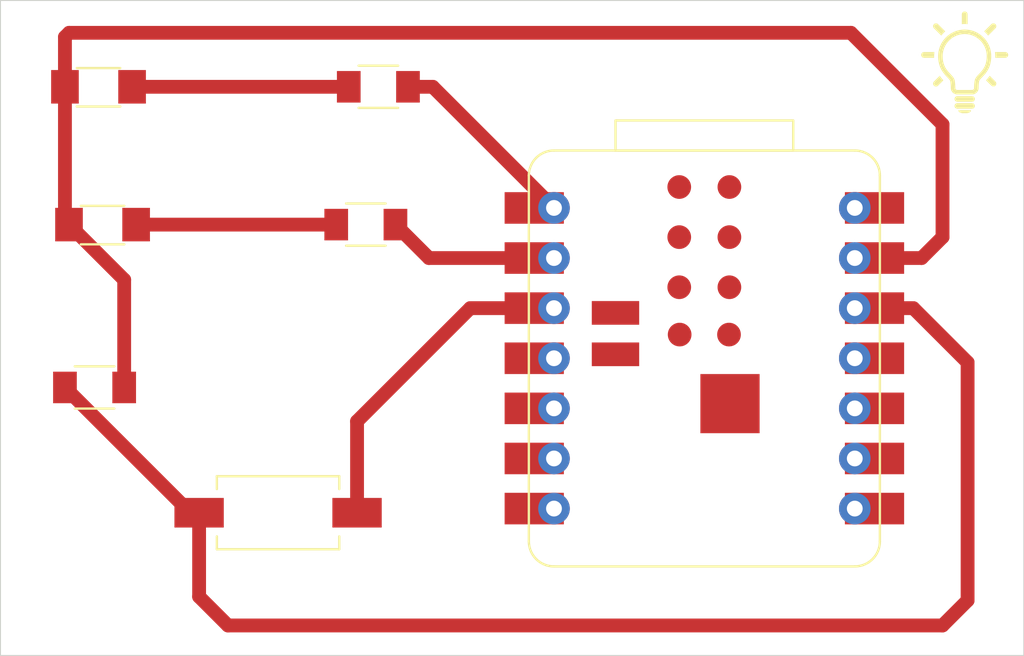
<source format=kicad_pcb>
(kicad_pcb (version 20241229) (generator "pcbnew") (generator_version "9.0")
  (layers (0 "F.Cu" signal) (2 "B.Cu" signal) (13 "F.Paste" user) (15 "B.Paste" user) (5 "F.SilkS" user "F.Silkscreen") (7 "B.SilkS" user "B.Silkscreen") (1 "F.Mask" user) (3 "B.Mask" user) (25 "Edge.Cuts" user))
  (net 0 "")
  (net 1 "Net-(D1-A)")
  (net 2 "GND")
  (net 3 "Net-(D2-A)")
  (net 4 "Net-(M1-D2)")
  (net 21 "+3.3V")
  (net 22 "Net-(M1-D0)")
  (net 23 "Net-(M1-D1)")
  (footprint "fab:LED_1206" (layer "F.Cu") (at 154.735 53.975)
    (property "Reference" "D1" (hide yes))
    (property "Value" "LED" (hide yes))
    (fp_line (start -1.1 -0.95) (end 1.1 -0.95) (stroke (width 0.12)) (layer "F.SilkS"))
    (fp_line (start -1.1 1) (end 1.1 1) (stroke (width 0.12)) (layer "F.SilkS"))
    (pad "1" smd rect (at -1.7 0) (size 1.4 1.7) (layers "F.Cu" "F.Mask" "F.Paste") (net 2 "GND"))
    (pad "2" smd rect (at 1.7 0) (size 1.4 1.7) (layers "F.Cu" "F.Mask" "F.Paste") (net 1 "Net-(D1-A)"))
  )
  (footprint "fab:R_1206" (layer "F.Cu") (at 168.275 60.96)
    (property "Reference" "R3" (hide yes))
    (property "Value" "330" (hide yes))
    (fp_line (start -1 -1.07) (end 1 -1.07) (stroke (width 0.12)) (layer "F.SilkS"))
    (fp_line (start 1 1.07) (end -1 1.07) (stroke (width 0.12)) (layer "F.SilkS"))
    (pad "1" smd rect (at -1.5 0) (size 1.2 1.6) (layers "F.Cu" "F.Mask" "F.Paste") (net 3 "Net-(D2-A)"))
    (pad "2" smd rect (at 1.5 0) (size 1.2 1.6) (layers "F.Cu" "F.Mask" "F.Paste") (net 23 "Net-(M1-D1)"))
  )
  (footprint "fab:Button_CnK_PTS636.0_6x3.5mm" (layer "F.Cu") (at 163.83 75.565)
    (property "Reference" "SW1" (hide yes))
    (property "Value" "Switch_Tactile_CnK" (hide yes))
    (fp_line (start -3.1 -1.85) (end -3.1 -1.2) (stroke (width 0.12)) (layer "F.SilkS"))
    (fp_line (start -3.1 1.2) (end -3.1 1.85) (stroke (width 0.12)) (layer "F.SilkS"))
    (fp_line (start -3.1 1.85) (end 3.1 1.85) (stroke (width 0.12)) (layer "F.SilkS"))
    (fp_line (start 3.1 -1.85) (end -3.1 -1.85) (stroke (width 0.12)) (layer "F.SilkS"))
    (fp_line (start 3.1 -1.85) (end 3.1 -1.2) (stroke (width 0.12)) (layer "F.SilkS"))
    (fp_line (start 3.1 1.85) (end 3.1 1.2) (stroke (width 0.12)) (layer "F.SilkS"))
    (pad "1" smd rect (at -4 0) (size 2.5 1.5) (layers "F.Cu" "F.Mask" "F.Paste") (net 21 "+3.3V"))
    (pad "2" smd rect (at 4 0) (size 2.5 1.5) (layers "F.Cu" "F.Mask" "F.Paste") (net 4 "Net-(M1-D2)"))
  )
  (footprint "fab:LED_1206" (layer "F.Cu") (at 154.94 60.96)
    (property "Reference" "D2" (hide yes))
    (property "Value" "LED" (hide yes))
    (fp_line (start -1.1 -0.95) (end 1.1 -0.95) (stroke (width 0.12)) (layer "F.SilkS"))
    (fp_line (start -1.1 1) (end 1.1 1) (stroke (width 0.12)) (layer "F.SilkS"))
    (pad "1" smd rect (at -1.7 0) (size 1.4 1.7) (layers "F.Cu" "F.Mask" "F.Paste") (net 2 "GND"))
    (pad "2" smd rect (at 1.7 0) (size 1.4 1.7) (layers "F.Cu" "F.Mask" "F.Paste") (net 3 "Net-(D2-A)"))
  )
  (footprint "fab:R_1206" (layer "F.Cu") (at 154.535 69.215)
    (property "Reference" "R1" (hide yes))
    (property "Value" "4.7k" (hide yes))
    (fp_line (start -1 -1.07) (end 1 -1.07) (stroke (width 0.12)) (layer "F.SilkS"))
    (fp_line (start 1 1.07) (end -1 1.07) (stroke (width 0.12)) (layer "F.SilkS"))
    (pad "1" smd rect (at -1.5 0) (size 1.2 1.6) (layers "F.Cu" "F.Mask" "F.Paste") (net 21 "+3.3V"))
    (pad "2" smd rect (at 1.5 0) (size 1.2 1.6) (layers "F.Cu" "F.Mask" "F.Paste") (net 2 "GND"))
  )
  (footprint "fab:R_1206" (layer "F.Cu") (at 168.91 53.975)
    (property "Reference" "R2" (hide yes))
    (property "Value" "330" (hide yes))
    (fp_line (start -1 -1.07) (end 1 -1.07) (stroke (width 0.12)) (layer "F.SilkS"))
    (fp_line (start 1 1.07) (end -1 1.07) (stroke (width 0.12)) (layer "F.SilkS"))
    (pad "1" smd rect (at -1.5 0) (size 1.2 1.6) (layers "F.Cu" "F.Mask" "F.Paste") (net 1 "Net-(D1-A)"))
    (pad "2" smd rect (at 1.5 0) (size 1.2 1.6) (layers "F.Cu" "F.Mask" "F.Paste") (net 22 "Net-(M1-D0)"))
  )
  (footprint "fab:SeeedStudio_XIAO_ESP32S3" (layer "F.Cu") (at 185.42 67.735)
    (property "Reference" "M1" (hide yes))
    (property "Value" "Module_XIAO-ESP32S3" (hide yes))
    (fp_line (start -8.8875 9.281) (end -8.8875 -9.261) (stroke (width 0.12)) (layer "F.SilkS"))
    (fp_line (start -7.6175 -10.531) (end 7.6225 -10.531) (stroke (width 0.12)) (layer "F.SilkS"))
    (fp_line (start 7.6225 10.551) (end -7.6175 10.551) (stroke (width 0.12)) (layer "F.SilkS"))
    (fp_line (start 8.8925 -9.261) (end 8.8925 9.281) (stroke (width 0.12)) (layer "F.SilkS"))
    (fp_rect (start -4.4975 -10.531) (end 4.5025 -12.055) (stroke (width 0.12)) (fill no) (layer "F.SilkS"))
    (fp_arc (start -8.8875 -9.261) (mid -8.515526 -10.159026) (end -7.6175 -10.531) (stroke (width 0.12)) (layer "F.SilkS"))
    (fp_arc (start -7.6175 10.551) (mid -8.515526 10.179026) (end -8.8875 9.281) (stroke (width 0.12)) (layer "F.SilkS"))
    (fp_arc (start 7.6225 -10.531) (mid 8.520526 -10.159026) (end 8.8925 -9.261) (stroke (width 0.12)) (layer "F.SilkS"))
    (fp_arc (start 8.8925 9.281) (mid 8.520526 10.179026) (end 7.6225 10.551) (stroke (width 0.12)) (layer "F.SilkS"))
    (pad "1" thru_hole circle (at -7.615 -7.62) (size 1.6 1.6) (drill 0.8) (layers "*.Cu" "*.Mask") (net 22 "Net-(M1-D0)"))
    (pad "1" smd rect (at -7.615 -7.62) (size 3 1.6) (drill (offset -1 0)) (layers "F.Cu" "F.Mask" "F.Paste") (net 22 "Net-(M1-D0)"))
    (pad "2" thru_hole circle (at -7.615 -5.08) (size 1.6 1.6) (drill 0.8) (layers "*.Cu" "*.Mask" "Eco1.User") (net 23 "Net-(M1-D1)"))
    (pad "2" smd rect (at -7.615 -5.08) (size 3 1.6) (drill (offset -1 0)) (layers "F.Cu" "F.Mask" "F.Paste") (net 23 "Net-(M1-D1)"))
    (pad "3" thru_hole circle (at -7.615 -2.54) (size 1.6 1.6) (drill 0.8) (layers "*.Cu" "*.Mask") (net 4 "Net-(M1-D2)"))
    (pad "3" smd rect (at -7.615 -2.54) (size 3 1.6) (drill (offset -1 0)) (layers "F.Cu" "F.Mask" "F.Paste") (net 4 "Net-(M1-D2)"))
    (pad "4" thru_hole circle (at -7.615 0) (size 1.6 1.6) (drill 0.8) (layers "*.Cu" "*.Mask"))
    (pad "4" smd rect (at -7.615 0) (size 3 1.6) (drill (offset -1 0)) (layers "F.Cu" "F.Mask" "F.Paste"))
    (pad "5" thru_hole circle (at -7.615 2.54) (size 1.6 1.6) (drill 0.8) (layers "*.Cu" "*.Mask"))
    (pad "5" smd rect (at -7.615 2.54) (size 3 1.6) (drill (offset -1 0)) (layers "F.Cu" "F.Mask" "F.Paste"))
    (pad "6" thru_hole circle (at -7.615 5.08) (size 1.6 1.6) (drill 0.8) (layers "*.Cu" "*.Mask"))
    (pad "6" smd rect (at -7.615 5.08) (size 3 1.6) (drill (offset -1 0)) (layers "F.Cu" "F.Mask" "F.Paste"))
    (pad "7" thru_hole circle (at -7.615 7.62) (size 1.6 1.6) (drill 0.8) (layers "*.Cu" "*.Mask"))
    (pad "7" smd rect (at -7.615 7.62) (size 3 1.6) (drill (offset -1 0)) (layers "F.Cu" "F.Mask" "F.Paste"))
    (pad "8" thru_hole circle (at 7.62 7.62) (size 1.6 1.6) (drill 0.8) (layers "*.Cu" "*.Mask"))
    (pad "8" smd rect (at 7.62 7.62) (size 3 1.6) (drill (offset 1 0)) (layers "F.Cu" "F.Mask" "F.Paste"))
    (pad "9" thru_hole circle (at 7.62 5.08) (size 1.6 1.6) (drill 0.8) (layers "*.Cu" "*.Mask"))
    (pad "9" smd rect (at 7.62 5.08) (size 3 1.6) (drill (offset 1 0)) (layers "F.Cu" "F.Mask" "F.Paste"))
    (pad "10" thru_hole circle (at 7.62 2.54) (size 1.6 1.6) (drill 0.8) (layers "*.Cu" "*.Mask"))
    (pad "10" smd rect (at 7.62 2.54) (size 3 1.6) (drill (offset 1 0)) (layers "F.Cu" "F.Mask" "F.Paste"))
    (pad "11" thru_hole circle (at 7.62 0) (size 1.6 1.6) (drill 0.8) (layers "*.Cu" "*.Mask"))
    (pad "11" smd rect (at 7.62 0) (size 3 1.6) (drill (offset 1 0)) (layers "F.Cu" "F.Mask" "F.Paste"))
    (pad "12" thru_hole circle (at 7.62 -2.54) (size 1.6 1.6) (drill 0.8) (layers "*.Cu" "*.Mask") (net 21 "+3.3V"))
    (pad "12" smd rect (at 7.62 -2.54) (size 3 1.6) (drill (offset 1 0)) (layers "F.Cu" "F.Mask" "F.Paste") (net 21 "+3.3V"))
    (pad "13" thru_hole circle (at 7.62 -5.08) (size 1.6 1.6) (drill 0.8) (layers "*.Cu" "*.Mask") (net 2 "GND"))
    (pad "13" smd rect (at 7.62 -5.08) (size 3 1.6) (drill (offset 1 0)) (layers "F.Cu" "F.Mask" "F.Paste") (net 2 "GND"))
    (pad "14" thru_hole circle (at 7.62 -7.62) (size 1.6 1.6) (drill 0.8) (layers "*.Cu" "*.Mask"))
    (pad "14" smd rect (at 7.62 -7.62) (size 3 1.6) (drill (offset 1 0)) (layers "F.Cu" "F.Mask" "F.Paste"))
    (pad "15" smd rect (at -4.5 -2.3) (size 2.4 1.2) (layers "F.Cu" "F.Mask" "F.Paste"))
    (pad "16" smd rect (at -4.5 -0.2) (size 2.4 1.2) (layers "F.Cu" "F.Mask" "F.Paste"))
    (pad "17" smd circle (at -1.27 -8.68) (size 1.2 1.2) (layers "F.Cu" "F.Mask" "F.Paste") (net 2 "GND"))
    (pad "18" smd circle (at -1.27 -6.14) (size 1.2 1.2) (layers "F.Cu" "F.Mask" "F.Paste"))
    (pad "19" smd circle (at -1.27 -3.6) (size 1.2 1.2) (layers "F.Cu" "F.Mask" "F.Paste") (net 2 "GND"))
    (pad "20" smd circle (at 1.27 -3.6) (size 1.2 1.2) (layers "F.Cu" "F.Mask" "F.Paste") (net 2 "GND"))
    (pad "21" smd circle (at 1.27 -6.14) (size 1.2 1.2) (layers "F.Cu" "F.Mask" "F.Paste") (net 2 "GND"))
    (pad "22" smd circle (at 1.27 -8.68) (size 1.2 1.2) (layers "F.Cu" "F.Mask" "F.Paste"))
    (pad "23" smd circle (at -1.25 -1.2) (size 1.2 1.2) (layers "F.Cu" "F.Mask" "F.Paste"))
    (pad "24" smd circle (at 1.25 -1.2) (size 1.2 1.2) (layers "F.Cu" "F.Mask" "F.Paste"))
    (pad "25" smd rect (at 1.3 2.3) (size 3 3) (layers "F.Cu" "F.Mask" "F.Paste"))
  )
  (gr_poly (pts (xy 197.366064 53.447952) (xy 197.388865 53.479146) (xy 197.41185 53.509351) (xy 197.434951 53.538613) (xy 197.458099 53.566976) (xy 197.481224 53.594488) (xy 197.504258 53.621192) (xy 197.527132 53.647134) (xy 197.258157 53.916284) (xy 197.252683 53.921489) (xy 197.247013 53.926359) (xy 197.24116 53.930892) (xy 197.235136 53.93509) (xy 197.228955 53.938952) (xy 197.22263 53.942478) (xy 197.216174 53.945669) (xy 197.2096 53.948523) (xy 197.202921 53.951042) (xy 197.19615 53.953225) (xy 197.1893 53.955072) (xy 197.182384 53.956583) (xy 197.175415 53.957758) (xy 197.168407 53.958598) (xy 197.161372 53.959102) (xy 197.154323 53.959269) (xy 197.147273 53.959102) (xy 197.140236 53.958598) (xy 197.133225 53.957758) (xy 197.126252 53.956583) (xy 197.11933 53.955072) (xy 197.112473 53.953225) (xy 197.105694 53.951042) (xy 197.099005 53.948523) (xy 197.09242 53.945669) (xy 197.085952 53.942478) (xy 197.079614 53.938952) (xy 197.073418 53.93509) (xy 197.067379 53.930892) (xy 197.061508 53.926359) (xy 197.05582 53.921489) (xy 197.050326 53.916284) (xy 197.045121 53.91079) (xy 197.040252 53.905102) (xy 197.035718 53.899233) (xy 197.03152 53.893196) (xy 197.027658 53.887004) (xy 197.024132 53.88067) (xy 197.020942 53.874207) (xy 197.018087 53.867628) (xy 197.015569 53.860946) (xy 197.013386 53.854173) (xy 197.011539 53.847322) (xy 197.010028 53.840407) (xy 197.008852 53.833441) (xy 197.008013 53.826436) (xy 197.007509 53.819405) (xy 197.007341 53.812361) (xy 197.007509 53.805317) (xy 197.008013 53.798286) (xy 197.008852 53.791281) (xy 197.010028 53.784315) (xy 197.011539 53.777401) (xy 197.013386 53.770551) (xy 197.015569 53.763779) (xy 197.018087 53.757097) (xy 197.020942 53.750519) (xy 197.024132 53.744057) (xy 197.027658 53.737725) (xy 197.03152 53.731534) (xy 197.035718 53.725499) (xy 197.040252 53.719632) (xy 197.045121 53.713946) (xy 197.050326 53.708454) (xy 197.050342 53.70848) (xy 197.343516 53.415724)) (stroke (width -0.000001)) (fill yes) (layer "F.SilkS"))
  (gr_poly (pts (xy 200.165843 53.708459) (xy 200.171065 53.713953) (xy 200.17595 53.719641) (xy 200.180498 53.72551) (xy 200.18471 53.731547) (xy 200.188584 53.737738) (xy 200.192122 53.744072) (xy 200.195322 53.750535) (xy 200.198186 53.757114) (xy 200.200713 53.763797) (xy 200.202903 53.77057) (xy 200.204756 53.77742) (xy 200.206272 53.784335) (xy 200.207451 53.791302) (xy 200.208293 53.798307) (xy 200.208799 53.805338) (xy 200.208967 53.812382) (xy 200.208799 53.819426) (xy 200.208293 53.826457) (xy 200.207451 53.833461) (xy 200.206272 53.840428) (xy 200.204756 53.847342) (xy 200.202903 53.854192) (xy 200.200713 53.860964) (xy 200.198186 53.867645) (xy 200.195322 53.874224) (xy 200.192122 53.880685) (xy 200.188584 53.887018) (xy 200.18471 53.893208) (xy 200.180498 53.899243) (xy 200.17595 53.905111) (xy 200.171065 53.910797) (xy 200.165843 53.916289) (xy 200.160384 53.921494) (xy 200.154728 53.926364) (xy 200.148886 53.930897) (xy 200.142872 53.935095) (xy 200.136699 53.938957) (xy 200.13038 53.942483) (xy 200.123929 53.945674) (xy 200.117358 53.948528) (xy 200.110681 53.951047) (xy 200.103911 53.95323) (xy 200.097061 53.955077) (xy 200.090143 53.956588) (xy 200.083173 53.957763) (xy 200.076161 53.958603) (xy 200.069122 53.959107) (xy 200.062069 53.959275) (xy 200.055015 53.959107) (xy 200.047972 53.958603) (xy 200.040955 53.957763) (xy 200.033976 53.956588) (xy 200.027049 53.955077) (xy 200.020186 53.95323) (xy 200.013401 53.951047) (xy 200.006707 53.948528) (xy 200.000117 53.945674) (xy 199.993643 53.942483) (xy 199.987301 53.938957) (xy 199.981102 53.935095) (xy 199.975059 53.930897) (xy 199.969186 53.926364) (xy 199.963496 53.921494) (xy 199.958002 53.916289) (xy 199.689254 53.647319) (xy 199.71213 53.621318) (xy 199.735164 53.594584) (xy 199.758287 53.567061) (xy 199.78143 53.538694) (xy 199.804527 53.50943) (xy 199.827507 53.479213) (xy 199.850304 53.447989) (xy 199.872846 53.415706)) (stroke (width -0.000001)) (fill yes) (layer "F.SilkS"))
  (gr_poly (pts (xy 200.664196 52.211769) (xy 200.671755 52.21196) (xy 200.679213 52.212528) (xy 200.686563 52.213462) (xy 200.693793 52.214754) (xy 200.700895 52.216394) (xy 200.707861 52.218373) (xy 200.71468 52.220683) (xy 200.721345 52.223313) (xy 200.727844 52.226255) (xy 200.73417 52.229499) (xy 200.740313 52.233036) (xy 200.746265 52.236856) (xy 200.752015 52.240952) (xy 200.757555 52.245313) (xy 200.762876 52.249929) (xy 200.767968 52.254793) (xy 200.772823 52.259894) (xy 200.77743 52.265224) (xy 200.781782 52.270773) (xy 200.785868 52.276532) (xy 200.78968 52.282491) (xy 200.793209 52.288642) (xy 200.796445 52.294975) (xy 200.799379 52.301481) (xy 200.802003 52.308151) (xy 200.804306 52.314975) (xy 200.80628 52.321945) (xy 200.807916 52.329051) (xy 200.809204 52.336284) (xy 200.810135 52.343634) (xy 200.810701 52.351092) (xy 200.810891 52.35865) (xy 200.810701 52.366208) (xy 200.810135 52.373666) (xy 200.809204 52.381016) (xy 200.807916 52.388249) (xy 200.80628 52.395355) (xy 200.804306 52.402324) (xy 200.802003 52.409149) (xy 200.799379 52.415819) (xy 200.796445 52.422325) (xy 200.793209 52.428658) (xy 200.78968 52.434809) (xy 200.785868 52.440768) (xy 200.781782 52.446527) (xy 200.77743 52.452076) (xy 200.772823 52.457405) (xy 200.767968 52.462507) (xy 200.762876 52.46737) (xy 200.757555 52.471987) (xy 200.752015 52.476348) (xy 200.746265 52.480443) (xy 200.740313 52.484264) (xy 200.73417 52.487801) (xy 200.727844 52.491045) (xy 200.721345 52.493987) (xy 200.71468 52.496617) (xy 200.707861 52.498926) (xy 200.700895 52.500906) (xy 200.693793 52.502546) (xy 200.686563 52.503838) (xy 200.679213 52.504772) (xy 200.671755 52.505339) (xy 200.664196 52.505531) (xy 200.154529 52.505531) (xy 200.155205 52.484542) (xy 200.155713 52.463447) (xy 200.156032 52.442183) (xy 200.156143 52.420689) (xy 200.155892 52.394166) (xy 200.155157 52.367774) (xy 200.153967 52.341507) (xy 200.152351 52.315357) (xy 200.150339 52.289315) (xy 200.147959 52.263373) (xy 200.14524 52.237523) (xy 200.14221 52.211759) (xy 200.664196 52.211759)) (stroke (width -0.000001)) (fill yes) (layer "F.SilkS"))
  (gr_poly (pts (xy 198.92855 55.173901) (xy 198.928206 55.18112) (xy 198.927189 55.188245) (xy 198.925522 55.195265) (xy 198.923229 55.202172) (xy 198.920332 55.208958) (xy 198.916857 55.215613) (xy 198.912825 55.22213) (xy 198.90826 55.228498) (xy 198.903185 55.23471) (xy 198.897624 55.240757) (xy 198.885138 55.252318) (xy 198.870987 55.263112) (xy 198.855358 55.273069) (xy 198.838438 55.282117) (xy 198.820414 55.290187) (xy 198.801472 55.297208) (xy 198.7818 55.303111) (xy 198.761585 55.307824) (xy 198.741012 55.311278) (xy 198.720269 55.313402) (xy 198.699543 55.314125) (xy 198.516737 55.314125) (xy 198.506397 55.313943) (xy 198.496027 55.313402) (xy 198.485651 55.312511) (xy 198.475293 55.311278) (xy 198.464976 55.309713) (xy 198.454724 55.307825) (xy 198.444559 55.305621) (xy 198.434506 55.303112) (xy 198.424588 55.300305) (xy 198.414828 55.29721) (xy 198.40525 55.293834) (xy 198.395878 55.290188) (xy 198.386733 55.28628) (xy 198.377841 55.282119) (xy 198.369225 55.277713) (xy 198.360908 55.273071) (xy 198.352913 55.268202) (xy 198.345264 55.263114) (xy 198.337984 55.257818) (xy 198.331097 55.252321) (xy 198.324626 55.246631) (xy 198.318595 55.240759) (xy 198.313027 55.234713) (xy 198.307946 55.228501) (xy 198.303374 55.222132) (xy 198.299336 55.215615) (xy 198.295855 55.20896) (xy 198.292954 55.202174) (xy 198.290658 55.195266) (xy 198.288988 55.188245) (xy 198.287969 55.181121) (xy 198.287624 55.173901) (xy 198.288439 55.16118) (xy 198.673699 55.16118) (xy 198.673709 55.16118) (xy 198.927942 55.16118)) (stroke (width -0.000001)) (fill yes) (layer "F.SilkS"))
  (gr_poly (pts (xy 198.989402 54.80464) (xy 198.996509 54.805182) (xy 199.003515 54.806073) (xy 199.01041 54.807305) (xy 199.017185 54.80887) (xy 199.023832 54.810759) (xy 199.030342 54.812962) (xy 199.036706 54.815471) (xy 199.042915 54.818277) (xy 199.04896 54.821371) (xy 199.054832 54.824745) (xy 199.060522 54.828389) (xy 199.066021 54.832295) (xy 199.071321 54.836454) (xy 199.076413 54.840857) (xy 199.081287 54.845495) (xy 199.085934 54.85036) (xy 199.090347 54.855442) (xy 199.094515 54.860733) (xy 199.09843 54.866224) (xy 199.102083 54.871907) (xy 199.105465 54.877771) (xy 199.108568 54.883809) (xy 199.111381 54.890011) (xy 199.113897 54.896369) (xy 199.116107 54.902874) (xy 199.118001 54.909518) (xy 199.11957 54.91629) (xy 199.120807 54.923183) (xy 199.121701 54.930188) (xy 199.122244 54.937295) (xy 199.122427 54.944496) (xy 199.122244 54.951735) (xy 199.121701 54.958877) (xy 199.120807 54.965914) (xy 199.119571 54.972837) (xy 199.118002 54.979638) (xy 199.116109 54.986307) (xy 199.1139 54.992836) (xy 199.111384 54.999216) (xy 199.108571 55.005439) (xy 199.105469 55.011495) (xy 199.102088 55.017376) (xy 199.098435 55.023073) (xy 199.094521 55.028578) (xy 199.090353 55.033881) (xy 199.085942 55.038975) (xy 199.081295 55.043849) (xy 199.076421 55.048496) (xy 199.07133 55.052906) (xy 199.066031 55.057071) (xy 199.060531 55.060983) (xy 199.054841 55.064632) (xy 199.048969 55.068009) (xy 199.042924 55.071106) (xy 199.036715 55.073915) (xy 199.030351 55.076425) (xy 199.02384 55.07863) (xy 199.017192 55.080519) (xy 199.010416 55.082084) (xy 199.00352 55.083317) (xy 198.996513 55.084209) (xy 198.989404 55.08475) (xy 198.982203 55.084932) (xy 198.234125 55.084932) (xy 198.226925 55.08475) (xy 198.219818 55.084208) (xy 198.212813 55.083317) (xy 198.205918 55.082084) (xy 198.199143 55.080518) (xy 198.192495 55.078628) (xy 198.185986 55.076423) (xy 198.179622 55.073912) (xy 198.173413 55.071103) (xy 198.167368 55.068005) (xy 198.161496 55.064627) (xy 198.155806 55.060977) (xy 198.150306 55.057065) (xy 198.145007 55.052899) (xy 198.139915 55.048488) (xy 198.135041 55.043841) (xy 198.130394 55.038966) (xy 198.125981 55.033873) (xy 198.121813 55.028569) (xy 198.117898 55.023064) (xy 198.114245 55.017367) (xy 198.110863 55.011485) (xy 198.10776 55.005429) (xy 198.104947 54.999207) (xy 198.102431 54.992827) (xy 198.100221 54.986299) (xy 198.098327 54.97963) (xy 198.096758 54.972831) (xy 198.095521 54.965909) (xy 198.094627 54.958873) (xy 198.094084 54.951733) (xy 198.093901 54.944496) (xy 198.094084 54.937294) (xy 198.094627 54.930186) (xy 198.095521 54.923181) (xy 198.096757 54.916287) (xy 198.098326 54.909514) (xy 198.100219 54.90287) (xy 198.102428 54.896365) (xy 198.104944 54.890006) (xy 198.107757 54.883804) (xy 198.110858 54.877766) (xy 198.11424 54.871902) (xy 198.117892 54.86622) (xy 198.121807 54.860729) (xy 198.125974 54.855438) (xy 198.130386 54.850356) (xy 198.135033 54.845491) (xy 198.139907 54.840853) (xy 198.144998 54.836451) (xy 198.150297 54.832292) (xy 198.155797 54.828386) (xy 198.161487 54.824742) (xy 198.167359 54.821369) (xy 198.173404 54.818275) (xy 198.179613 54.815469) (xy 198.185977 54.812961) (xy 198.192488 54.810758) (xy 198.199136 54.80887) (xy 198.205912 54.807305) (xy 198.212808 54.806073) (xy 198.219815 54.805181) (xy 198.226924 54.80464) (xy 198.234125 54.804458) (xy 198.982203 54.804458)) (stroke (width -0.000001)) (fill yes) (layer "F.SilkS"))
  (gr_poly (pts (xy 198.615661 50.155968) (xy 198.623119 50.156535) (xy 198.63047 50.15747) (xy 198.637703 50.158761) (xy 198.644809 50.160402) (xy 198.651779 50.162381) (xy 198.658604 50.164691) (xy 198.665274 50.167321) (xy 198.671781 50.170263) (xy 198.678115 50.173507) (xy 198.684266 50.177045) (xy 198.690227 50.180866) (xy 198.695986 50.184961) (xy 198.701536 50.189322) (xy 198.706866 50.193939) (xy 198.711968 50.198803) (xy 198.716832 50.203904) (xy 198.72145 50.209234) (xy 198.725811 50.214783) (xy 198.729907 50.220542) (xy 198.733729 50.226501) (xy 198.737267 50.232652) (xy 198.740511 50.238985) (xy 198.743453 50.245491) (xy 198.746084 50.252161) (xy 198.748394 50.258985) (xy 198.750374 50.265955) (xy 198.752015 50.27306) (xy 198.753307 50.280292) (xy 198.754241 50.287642) (xy 198.754809 50.2951) (xy 198.755 50.302658) (xy 198.755 50.8) (xy 198.719743 50.796726) (xy 198.702007 50.79538) (xy 198.684203 50.794248) (xy 198.666334 50.793343) (xy 198.648402 50.792679) (xy 198.630411 50.792271) (xy 198.612363 50.792131) (xy 198.608119 50.792131) (xy 198.608087 50.792131) (xy 198.604055 50.792131) (xy 198.585999 50.792271) (xy 198.568004 50.79268) (xy 198.550071 50.793342) (xy 198.532202 50.794242) (xy 198.5144 50.795364) (xy 198.496667 50.796692) (xy 198.461413 50.799905) (xy 198.461413 50.302658) (xy 198.461603 50.2951) (xy 198.462169 50.287641) (xy 198.463101 50.280291) (xy 198.464389 50.273059) (xy 198.466025 50.265953) (xy 198.468 50.258983) (xy 198.470303 50.252159) (xy 198.472927 50.245489) (xy 198.475862 50.238983) (xy 198.479098 50.23265) (xy 198.482627 50.226499) (xy 198.48644 50.220539) (xy 198.490527 50.21478) (xy 198.494879 50.209232) (xy 198.499487 50.203902) (xy 198.504342 50.198801) (xy 198.509434 50.193937) (xy 198.514755 50.18932) (xy 198.520295 50.18496) (xy 198.526045 50.180864) (xy 198.531996 50.177043) (xy 198.538139 50.173506) (xy 198.544465 50.170262) (xy 198.550964 50.167321) (xy 198.557628 50.16469) (xy 198.564446 50.162381) (xy 198.571411 50.160402) (xy 198.578512 50.158761) (xy 198.585742 50.157469) (xy 198.593089 50.156535) (xy 198.600546 50.155968) (xy 198.608103 50.155777)) (stroke (width -0.000001)) (fill yes) (layer "F.SilkS"))
  (gr_poly (pts (xy 198.989402 54.450739) (xy 198.996509 54.451278) (xy 199.003515 54.452167) (xy 199.01041 54.453396) (xy 199.017185 54.454957) (xy 199.023832 54.456842) (xy 199.030342 54.459041) (xy 199.036706 54.461545) (xy 199.042915 54.464348) (xy 199.04896 54.467439) (xy 199.054832 54.470809) (xy 199.060522 54.474452) (xy 199.066021 54.478357) (xy 199.071321 54.482516) (xy 199.076413 54.486921) (xy 199.081287 54.491563) (xy 199.085934 54.496432) (xy 199.090347 54.501522) (xy 199.094515 54.506822) (xy 199.09843 54.512325) (xy 199.102083 54.518021) (xy 199.105465 54.523903) (xy 199.108568 54.52996) (xy 199.111381 54.536186) (xy 199.113897 54.54257) (xy 199.116107 54.549105) (xy 199.118001 54.555782) (xy 199.11957 54.562593) (xy 199.120807 54.569527) (xy 199.121701 54.576578) (xy 199.122244 54.583736) (xy 199.122427 54.590992) (xy 199.122244 54.598176) (xy 199.121701 54.605267) (xy 199.120807 54.612258) (xy 199.119571 54.61914) (xy 199.118002 54.625903) (xy 199.116109 54.632539) (xy 199.1139 54.639038) (xy 199.111384 54.645392) (xy 199.108571 54.651591) (xy 199.105469 54.657628) (xy 199.102088 54.663492) (xy 199.098435 54.669176) (xy 199.094521 54.674669) (xy 199.090353 54.679963) (xy 199.085942 54.685049) (xy 199.081295 54.689919) (xy 199.076421 54.694562) (xy 199.07133 54.698971) (xy 199.066031 54.703136) (xy 199.060531 54.707049) (xy 199.054841 54.7107) (xy 199.048969 54.71408) (xy 199.042924 54.717181) (xy 199.036715 54.719994) (xy 199.030351 54.722509) (xy 199.02384 54.724717) (xy 199.017192 54.726611) (xy 199.010416 54.72818) (xy 199.00352 54.729416) (xy 198.996513 54.73031) (xy 198.989404 54.730853) (xy 198.982203 54.731036) (xy 198.234125 54.731036) (xy 198.226925 54.730853) (xy 198.219818 54.73031) (xy 198.212813 54.729416) (xy 198.205918 54.72818) (xy 198.199143 54.72661) (xy 198.192495 54.724717) (xy 198.185986 54.722508) (xy 198.179622 54.719992) (xy 198.173413 54.717179) (xy 198.167368 54.714078) (xy 198.161496 54.710697) (xy 198.155806 54.707046) (xy 198.150306 54.703133) (xy 198.145007 54.698968) (xy 198.139915 54.694559) (xy 198.135041 54.689915) (xy 198.130394 54.685045) (xy 198.125981 54.679959) (xy 198.121813 54.674664) (xy 198.117898 54.669171) (xy 198.114245 54.663488) (xy 198.110863 54.657623) (xy 198.10776 54.651587) (xy 198.104947 54.645387) (xy 198.102431 54.639034) (xy 198.100221 54.632535) (xy 198.098327 54.625899) (xy 198.096758 54.619137) (xy 198.095521 54.612256) (xy 198.094627 54.605266) (xy 198.094084 54.598175) (xy 198.093901 54.590992) (xy 198.094084 54.583738) (xy 198.094627 54.576581) (xy 198.095521 54.569532) (xy 198.096757 54.562599) (xy 198.098326 54.55579) (xy 198.100219 54.549113) (xy 198.102428 54.542579) (xy 198.104944 54.536195) (xy 198.107757 54.52997) (xy 198.110858 54.523912) (xy 198.11424 54.518031) (xy 198.117892 54.512334) (xy 198.121807 54.506831) (xy 198.125974 54.501531) (xy 198.130386 54.496441) (xy 198.135033 54.491571) (xy 198.139907 54.486928) (xy 198.144998 54.482523) (xy 198.150297 54.478363) (xy 198.155797 54.474457) (xy 198.161487 54.470814) (xy 198.167359 54.467443) (xy 198.173404 54.464351) (xy 198.179613 54.461548) (xy 198.185977 54.459043) (xy 198.192488 54.456843) (xy 198.199136 54.454959) (xy 198.205912 54.453397) (xy 198.212808 54.452167) (xy 198.219815 54.451278) (xy 198.226924 54.450739) (xy 198.234125 54.450557) (xy 198.982203 54.450557)) (stroke (width -0.000001)) (fill yes) (layer "F.SilkS"))
  (gr_poly (pts (xy 198.627691 51.073184) (xy 198.643857 51.073569) (xy 198.659859 51.074181) (xy 198.675698 51.074997) (xy 198.691376 51.075993) (xy 198.706894 51.077144) (xy 198.737458 51.079818) (xy 198.737876 51.079919) (xy 198.738273 51.079919) (xy 198.749973 51.08122) (xy 198.780762 51.084739) (xy 198.811391 51.088936) (xy 198.841853 51.093806) (xy 198.872136 51.099347) (xy 198.902232 51.105555) (xy 198.932131 51.112425) (xy 198.961823 51.119955) (xy 198.9913 51.128142) (xy 199.091979 51.157701) (xy 199.090767 51.164167) (xy 199.134608 51.182013) (xy 199.177662 51.201332) (xy 199.219897 51.222092) (xy 199.261282 51.244262) (xy 199.301785 51.26781) (xy 199.341374 51.292705) (xy 199.38002 51.318917) (xy 199.417689 51.346412) (xy 199.454351 51.375161) (xy 199.489975 51.405132) (xy 199.524528 51.436293) (xy 199.55798 51.468613) (xy 199.5903 51.502061) (xy 199.621455 51.536605) (xy 199.651415 51.572215) (xy 199.680147 51.608858) (xy 199.711373 51.651803) (xy 199.740924 51.696014) (xy 199.768753 51.741443) (xy 199.794812 51.78804) (xy 199.819055 51.835758) (xy 199.841434 51.884547) (xy 199.861902 51.934359) (xy 199.880412 51.985145) (xy 199.896917 52.036857) (xy 199.911369 52.089446) (xy 199.923722 52.142863) (xy 199.933928 52.19706) (xy 199.94194 52.251988) (xy 199.947711 52.307599) (xy 199.951193 52.363844) (xy 199.95234 52.420673) (xy 199.952313 52.420657) (xy 199.951626 52.473631) (xy 199.949452 52.525063) (xy 199.945847 52.574979) (xy 199.940872 52.623404) (xy 199.934585 52.670364) (xy 199.927044 52.715882) (xy 199.918308 52.759985) (xy 199.908434 52.802698) (xy 199.897483 52.844045) (xy 199.885511 52.884053) (xy 199.872579 52.922745) (xy 199.858743 52.960148) (xy 199.844063 52.996286) (xy 199.828598 53.031186) (xy 199.812404 53.06487) (xy 199.795543 53.097366) (xy 199.778137 53.128729) (xy 199.760249 53.158945) (xy 199.74195 53.188051) (xy 199.72331 53.216085) (xy 199.7044 53.243085) (xy 199.685289 53.269089) (xy 199.66605 53.294134) (xy 199.646752 53.318258) (xy 199.627466 53.341498) (xy 199.608263 53.363894) (xy 199.570386 53.406299) (xy 199.533686 53.445776) (xy 199.498728 53.482626) (xy 199.4766 53.505811) (xy 199.455701 53.527996) (xy 199.436163 53.549189) (xy 199.418119 53.569392) (xy 199.401701 53.588612) (xy 199.394144 53.597855) (xy 199.387043 53.606853) (xy 199.380415 53.615608) (xy 199.374277 53.62412) (xy 199.368645 53.63239) (xy 199.363536 53.640418) (xy 199.360786 53.644905) (xy 199.358207 53.649292) (xy 199.355793 53.65358) (xy 199.353541 53.657774) (xy 199.351446 53.661875) (xy 199.349504 53.665888) (xy 199.34771 53.669815) (xy 199.34606 53.673658) (xy 199.34455 53.677421) (xy 199.343175 53.681106) (xy 199.34193 53.684717) (xy 199.340812 53.688256) (xy 199.339817 53.691727) (xy 199.338938 53.695131) (xy 199.338173 53.698473) (xy 199.337517 53.701754) (xy 199.333333 53.72552) (xy 199.329613 53.749836) (xy 199.326332 53.774479) (xy 199.323464 53.79923) (xy 199.318856 53.848165) (xy 199.315577 53.894871) (xy 199.313413 53.937576) (xy 199.312153 53.97451) (xy 199.311488 54.023979) (xy 199.311488 54.035076) (xy 199.311064 54.051862) (xy 199.309805 54.068427) (xy 199.307733 54.084751) (xy 199.304867 54.100813) (xy 199.301228 54.116592) (xy 199.296836 54.132068) (xy 199.291712 54.147222) (xy 199.285876 54.162031) (xy 199.279348 54.176477) (xy 199.272149 54.190538) (xy 199.264299 54.204195) (xy 199.255818 54.217426) (xy 199.246728 54.230212) (xy 199.237047 54.242532) (xy 199.226798 54.254365) (xy 199.215999 54.265692) (xy 199.204672 54.276491) (xy 199.192837 54.286742) (xy 199.180514 54.296426) (xy 199.167724 54.305521) (xy 199.154487 54.314007) (xy 199.140823 54.321864) (xy 199.126753 54.329071) (xy 199.112297 54.335609) (xy 199.097476 54.341455) (xy 199.08231 54.346591) (xy 199.066819 54.350995) (xy 199.051024 54.354648) (xy 199.034945 54.357529) (xy 199.018603 54.359617) (xy 199.002017 54.360892) (xy 198.985209 54.361334) (xy 198.231093 54.361334) (xy 198.214305 54.360892) (xy 198.197736 54.359618) (xy 198.181408 54.357532) (xy 198.165342 54.354655) (xy 198.149557 54.351006) (xy 198.134074 54.346607) (xy 198.118915 54.341476) (xy 198.104098 54.335635) (xy 198.089646 54.329104) (xy 198.075577 54.321903) (xy 198.061914 54.314053) (xy 198.048675 54.305573) (xy 198.035883 54.296484) (xy 198.023557 54.286807) (xy 198.011718 54.276561) (xy 198.000386 54.265767) (xy 197.989582 54.254445) (xy 197.979326 54.242616) (xy 197.96964 54.230299) (xy 197.960542 54.217516) (xy 197.952055 54.204285) (xy 197.944198 54.190629) (xy 197.936992 54.176566) (xy 197.930457 54.162118) (xy 197.924615 54.147304) (xy 197.919485 54.132144) (xy 197.915088 54.11666) (xy 197.911444 54.100872) (xy 197.908574 54.084798) (xy 197.906499 54.068461) (xy 197.905239 54.05188) (xy 197.904814 54.035076) (xy 197.904814 54.023572) (xy 197.904067 53.973942) (xy 197.902803 53.93701) (xy 197.900653 53.894346) (xy 197.897397 53.847709) (xy 197.892815 53.798858) (xy 197.886688 53.749553) (xy 197.878795 53.701553) (xy 197.877792 53.69667) (xy 197.876516 53.691626) (xy 197.874958 53.686418) (xy 197.873109 53.681041) (xy 197.870961 53.675492) (xy 197.868505 53.669765) (xy 197.865733 53.663858) (xy 197.862636 53.657766) (xy 197.859205 53.651484) (xy 197.855433 53.645009) (xy 197.85131 53.638337) (xy 197.846827 53.631464) (xy 197.841977 53.624385) (xy 197.83675 53.617096) (xy 197.831138 53.609594) (xy 197.825133 53.601874) (xy 197.812331 53.585955) (xy 197.798194 53.569361) (xy 197.782825 53.552077) (xy 197.76633 53.534088) (xy 197.730375 53.495937) (xy 197.691164 53.454792) (xy 197.649508 53.410198) (xy 197.606229 53.361776) (xy 197.56218 53.309103) (xy 197.540134 53.281042) (xy 197.518215 53.251759) (xy 197.49653 53.221204) (xy 197.475186 53.189322) (xy 197.45429 53.156061) (xy 197.433948 53.121369) (xy 197.414268 53.085192) (xy 197.395355 53.047478) (xy 197.377317 53.008175) (xy 197.36026 52.967228) (xy 197.339259 52.910035) (xy 197.320421 52.849847) (xy 197.303941 52.786571) (xy 197.296648 52.753747) (xy 197.290018 52.720116) (xy 197.284075 52.685668) (xy 197.278846 52.65039) (xy 197.274353 52.61427) (xy 197.270623 52.577298) (xy 197.267678 52.539462) (xy 197.265545 52.50075) (xy 197.264247 52.461151) (xy 197.263809 52.420727) (xy 197.491657 52.420727) (xy 197.492333 52.467267) (xy 197.494247 52.512083) (xy 197.497347 52.55523) (xy 197.50158 52.596764) (xy 197.506893 52.636742) (xy 197.513234 52.675219) (xy 197.520551 52.712252) (xy 197.528789 52.747896) (xy 197.537898 52.782208) (xy 197.547825 52.815243) (xy 197.558516 52.847059) (xy 197.569919 52.87771) (xy 197.581982 52.907252) (xy 197.594653 52.935743) (xy 197.607877 52.963238) (xy 197.621604 52.989793) (xy 197.635845 53.015451) (xy 197.650544 53.040282) (xy 197.665662 53.06433) (xy 197.681161 53.087637) (xy 197.697001 53.110248) (xy 197.713145 53.132205) (xy 197.729552 53.153551) (xy 197.746185 53.174331) (xy 197.763004 53.194586) (xy 197.779971 53.214361) (xy 197.814193 53.252642) (xy 197.848539 53.289518) (xy 197.8827 53.325337) (xy 197.927149 53.372479) (xy 197.948795 53.395949) (xy 197.969886 53.419615) (xy 197.990295 53.443679) (xy 198.000204 53.455921) (xy 198.009894 53.468338) (xy 198.01935 53.480953) (xy 198.028556 53.493792) (xy 198.037496 53.506879) (xy 198.046154 53.52024) (xy 198.055538 53.53592) (xy 198.064425 53.552096) (xy 198.072731 53.56877) (xy 198.07664 53.577294) (xy 198.080373 53.585944) (xy 198.083919 53.594718) (xy 198.087268 53.603618) (xy 198.09041 53.612644) (xy 198.093333 53.621796) (xy 198.096028 53.631073) (xy 198.098484 53.640477) (xy 198.100691 53.650008) (xy 198.102638 53.659665) (xy 198.107661 53.6884) (xy 198.112089 53.71721) (xy 198.11596 53.745906) (xy 198.11931 53.774303) (xy 198.124601 53.829449) (xy 198.128266 53.881152) (xy 198.130607 53.927918) (xy 198.131925 53.968252) (xy 198.132705 54.023641) (xy 198.132705 54.035135) (xy 198.132829 54.040269) (xy 198.1332 54.045311) (xy 198.13381 54.050259) (xy 198.134656 54.055109) (xy 198.135733 54.059859) (xy 198.137035 54.064506) (xy 198.138557 54.069048) (xy 198.140295 54.073482) (xy 198.142243 54.077805) (xy 198.144397 54.082015) (xy 198.14675 54.086109) (xy 198.149299 54.090084) (xy 198.152037 54.093937) (xy 198.154961 54.097666) (xy 198.158065 54.101269) (xy 198.161343 54.104741) (xy 198.164818 54.108022) (xy 198.168426 54.111132) (xy 198.172164 54.114066) (xy 198.17603 54.116818) (xy 198.18002 54.119381) (xy 198.18413 54.121752) (xy 198.188358 54.123923) (xy 198.192701 54.12589) (xy 198.197154 54.127647) (xy 198.201715 54.129187) (xy 198.206381 54.130506) (xy 198.211147 54.131598) (xy 198.216012 54.132457) (xy 198.220972 54.133078) (xy 198.226023 54.133454) (xy 198.231162 54.133581) (xy 198.985277 54.133581) (xy 198.990352 54.133453) (xy 198.995358 54.133074) (xy 199.000289 54.132449) (xy 199.00514 54.131585) (xy 199.009904 54.130487) (xy 199.014575 54.129163) (xy 199.019148 54.127618) (xy 199.023616 54.125858) (xy 199.027973 54.123889) (xy 199.032213 54.121718) (xy 199.03633 54.119351) (xy 199.040319 54.116793) (xy 199.044173 54.114051) (xy 199.047886 54.111131) (xy 199.051452 54.108039) (xy 199.054864 54.104782) (xy 199.058118 54.101364) (xy 199.061207 54.097794) (xy 199.064125 54.094076) (xy 199.066865 54.090217) (xy 199.069423 54.086223) (xy 199.071791 54.082099) (xy 199.073964 54.077853) (xy 199.075936 54.073491) (xy 199.077701 54.069018) (xy 199.079252 54.06444) (xy 199.080585 54.059764) (xy 199.081691 54.054996) (xy 199.082567 54.050142) (xy 199.083205 54.045208) (xy 199.083599 54.0402) (xy 199.083744 54.035124) (xy 199.083744 54.024033) (xy 199.084474 53.968799) (xy 199.085754 53.928456) (xy 199.088053 53.881634) (xy 199.091678 53.829838) (xy 199.096937 53.77457) (xy 199.104134 53.717336) (xy 199.113579 53.659638) (xy 199.116696 53.645091) (xy 199.120352 53.630876) (xy 199.124518 53.616981) (xy 199.129165 53.603399) (xy 199.134265 53.590118) (xy 199.139788 53.577131) (xy 199.145707 53.564428) (xy 199.151992 53.551998) (xy 199.158616 53.539834) (xy 199.165548 53.527924) (xy 199.172762 53.516261) (xy 199.180227 53.504834) (xy 199.187916 53.493634) (xy 199.195799 53.482651) (xy 199.212036 53.461301) (xy 199.229044 53.440272) (xy 199.246596 53.419647) (xy 199.264626 53.399316) (xy 199.283072 53.37917) (xy 199.320953 53.338997) (xy 199.359731 53.298254) (xy 199.398946 53.256257) (xy 199.438054 53.212519) (xy 199.476587 53.166504) (xy 199.495491 53.142474) (xy 199.514076 53.117673) (xy 199.532283 53.092034) (xy 199.550053 53.065489) (xy 199.567328 53.037971) (xy 199.584049 53.009413) (xy 199.600159 52.979748) (xy 199.615597 52.948908) (xy 199.630306 52.916826) (xy 199.644227 52.883435) (xy 199.644233 52.883446) (xy 199.644238 52.883457) (xy 199.644248 52.883478) (xy 199.661486 52.836652) (xy 199.677052 52.787068) (xy 199.690754 52.734532) (xy 199.696845 52.707095) (xy 199.702397 52.678848) (xy 199.707387 52.649765) (xy 199.711789 52.619821) (xy 199.71558 52.588994) (xy 199.718736 52.557258) (xy 199.721231 52.52459) (xy 199.723043 52.490964) (xy 199.724147 52.456356) (xy 199.724518 52.420743) (xy 199.72354 52.373423) (xy 199.720634 52.326627) (xy 199.715835 52.280391) (xy 199.709184 52.23475) (xy 199.700718 52.189741) (xy 199.690476 52.145398) (xy 199.678495 52.101757) (xy 199.664814 52.058853) (xy 199.649471 52.016723) (xy 199.632504 51.975401) (xy 199.613952 51.934923) (xy 199.593852 51.895325) (xy 199.572243 51.856643) (xy 199.549163 51.818911) (xy 199.524651 51.782165) (xy 199.498743 51.746442) (xy 199.471438 51.711824) (xy 199.442819 51.67832) (xy 199.412927 51.64597) (xy 199.381801 51.614813) (xy 199.349481 51.584888) (xy 199.316004 51.556235) (xy 199.281411 51.528892) (xy 199.245741 51.502899) (xy 199.209033 51.478296) (xy 199.171327 51.45512) (xy 199.132661 51.433413) (xy 199.093075 51.413212) (xy 199.052609 51.394558) (xy 199.011301 51.377489) (xy 198.969191 51.362045) (xy 198.926318 51.348265) (xy 198.897473 51.339597) (xy 198.87659 51.334303) (xy 198.855555 51.329343) (xy 198.834367 51.324738) (xy 198.813028 51.320506) (xy 198.791539 51.316668) (xy 198.769899 51.313243) (xy 198.748109 51.31025) (xy 198.726171 51.307709) (xy 198.725975 51.307709) (xy 198.714667 51.306498) (xy 198.715085 51.306498) (xy 198.68947 51.304284) (xy 198.664107 51.302562) (xy 198.651526 51.301921) (xy 198.639014 51.301445) (xy 198.626575 51.301149) (xy 198.61421 51.301047) (xy 198.608357 51.301449) (xy 198.60251 51.300841) (xy 198.590076 51.301002) (xy 198.5776 51.301336) (xy 198.565073 51.301835) (xy 198.552488 51.302489) (xy 198.527116 51.304227) (xy 198.501423 51.306482) (xy 198.490522 51.307694) (xy 198.490125 51.307694) (xy 198.46815 51.310246) (xy 198.446332 51.313262) (xy 198.424668 51.316714) (xy 198.403153 51.320575) (xy 198.381784 51.32482) (xy 198.360558 51.32942) (xy 198.339472 51.33435) (xy 198.318522 51.339581) (xy 198.290068 51.348249) (xy 198.247197 51.362029) (xy 198.205088 51.377473) (xy 198.163781 51.394541) (xy 198.123314 51.413194) (xy 198.083729 51.433394) (xy 198.045062 51.4551) (xy 198.007355 51.478275) (xy 197.970647 51.502877) (xy 197.934976 51.52887) (xy 197.900382 51.556212) (xy 197.866905 51.584865) (xy 197.834584 51.61479) (xy 197.803457 51.645948) (xy 197.773565 51.678299) (xy 197.744947 51.711805) (xy 197.717642 51.746426) (xy 197.691698 51.782148) (xy 197.667156 51.818893) (xy 197.644056 51.856624) (xy 197.622433 51.895306) (xy 197.602324 51.934903) (xy 197.583767 51.97538) (xy 197.566798 52.016701) (xy 197.551454 52.058831) (xy 197.537773 52.101735) (xy 197.525791 52.145376) (xy 197.515546 52.189719) (xy 197.507074 52.234729) (xy 197.500412 52.280371) (xy 197.495597 52.326608) (xy 197.492666 52.373405) (xy 197.491657 52.420727) (xy 197.263809 52.420727) (xy 197.263809 52.420652) (xy 197.26499 52.363819) (xy 197.268503 52.307572) (xy 197.2743 52.251959) (xy 197.282334 52.197029) (xy 197.292558 52.142831) (xy 197.304924 52.089414) (xy 197.319384 52.036825) (xy 197.335893 51.985114) (xy 197.354402 51.934328) (xy 197.374864 51.884518) (xy 197.397232 51.83573) (xy 197.421458 51.788014) (xy 197.447495 51.741418) (xy 197.475296 51.695991) (xy 197.504814 51.651781) (xy 197.536001 51.608837) (xy 197.564892 51.572048) (xy 197.595018 51.536303) (xy 197.626348 51.501632) (xy 197.658849 51.468068) (xy 197.692489 51.435641) (xy 197.727238 51.404383) (xy 197.763061 51.374326) (xy 197.799929 51.345501) (xy 197.837809 51.31794) (xy 197.876668 51.291674) (xy 197.916475 51.266735) (xy 197.957199 51.243155) (xy 197.998807 51.220964) (xy 198.041266 51.200194) (xy 198.084547 51.180878) (xy 198.128615 51.163045) (xy 198.12761 51.156579) (xy 198.225061 51.128142) (xy 198.254468 51.119952) (xy 198.284108 51.112419) (xy 198.313968 51.105547) (xy 198.344034 51.099339) (xy 198.374293 51.093799) (xy 198.404732 51.08893) (xy 198.435335 51.084736) (xy 198.466091 51.08122) (xy 198.478188 51.079919) (xy 198.478796 51.079818) (xy 198.509368 51.077149) (xy 198.540565 51.075001) (xy 198.556404 51.074184) (xy 198.572406 51.07357) (xy 198.588575 51.073184) (xy 198.604913 51.07305) (xy 198.611358 51.07305)) (stroke (width -0.000001)) (fill yes) (layer "F.SilkS"))
  (gr_poly (pts (xy 200.069124 50.758046) (xy 200.076163 50.758551) (xy 200.083174 50.759393) (xy 200.090144 50.760573) (xy 200.09706 50.762089) (xy 200.10391 50.763942) (xy 200.110679 50.766132) (xy 200.117356 50.768659) (xy 200.123926 50.771523) (xy 200.130377 50.774724) (xy 200.136695 50.778262) (xy 200.142867 50.782137) (xy 200.148881 50.786349) (xy 200.154723 50.790897) (xy 200.160379 50.795783) (xy 200.165837 50.801006) (xy 200.17106 50.806481) (xy 200.175945 50.812153) (xy 200.180493 50.818007) (xy 200.184704 50.824031) (xy 200.188579 50.830212) (xy 200.192117 50.836537) (xy 200.195317 50.842992) (xy 200.198181 50.849565) (xy 200.200708 50.856243) (xy 200.202898 50.863012) (xy 200.204751 50.869859) (xy 200.206267 50.876772) (xy 200.207446 50.883737) (xy 200.208288 50.890741) (xy 200.208794 50.897771) (xy 200.208962 50.904815) (xy 200.208794 50.911858) (xy 200.208288 50.918888) (xy 200.207446 50.925893) (xy 200.206267 50.932858) (xy 200.204751 50.93977) (xy 200.202898 50.946618) (xy 200.200708 50.953387) (xy 200.198181 50.960064) (xy 200.195317 50.966637) (xy 200.192117 50.973093) (xy 200.188579 50.979417) (xy 200.184704 50.985598) (xy 200.180493 50.991623) (xy 200.175945 50.997477) (xy 200.17106 51.003149) (xy 200.165837 51.008624) (xy 199.795574 51.379078) (xy 199.795574 51.379067) (xy 199.772222 51.350426) (xy 199.748313 51.322317) (xy 199.72384 51.294764) (xy 199.698797 51.267791) (xy 199.673176 51.241424) (xy 199.64697 51.215687) (xy 199.620173 51.190604) (xy 199.592777 51.166199) (xy 199.957997 50.801006) (xy 199.963493 50.795783) (xy 199.969184 50.790897) (xy 199.975059 50.786349) (xy 199.981102 50.782137) (xy 199.987303 50.778262) (xy 199.993646 50.774724) (xy 200.00012 50.771523) (xy 200.00671 50.768659) (xy 200.013405 50.766132) (xy 200.02019 50.763942) (xy 200.027053 50.762089) (xy 200.03398 50.760573) (xy 200.040959 50.759393) (xy 200.047976 50.758551) (xy 200.055018 50.758046) (xy 200.062072 50.757877)) (stroke (width -0.000001)) (fill yes) (layer "F.SilkS"))
  (gr_poly (pts (xy 199.872846 53.415706) (xy 199.872843 53.415703) (xy 199.872849 53.415703)) (stroke (width -0.000001)) (fill yes) (layer "F.SilkS"))
  (gr_poly (pts (xy 197.161386 50.758035) (xy 197.168421 50.75854) (xy 197.175429 50.759383) (xy 197.182397 50.760562) (xy 197.189312 50.762078) (xy 197.196161 50.763931) (xy 197.202932 50.766122) (xy 197.209611 50.768649) (xy 197.216185 50.771513) (xy 197.22264 50.774714) (xy 197.228965 50.778251) (xy 197.235146 50.782126) (xy 197.241169 50.786338) (xy 197.247023 50.790887) (xy 197.252693 50.795772) (xy 197.258167 50.800995) (xy 197.623176 51.166189) (xy 197.595847 51.190603) (xy 197.569106 51.215702) (xy 197.542953 51.241459) (xy 197.517387 51.267851) (xy 197.492408 51.294852) (xy 197.468016 51.322439) (xy 197.444211 51.350586) (xy 197.420992 51.379268) (xy 197.420997 51.379258) (xy 197.050337 51.008613) (xy 197.045132 51.003138) (xy 197.040262 50.997466) (xy 197.035729 50.991612) (xy 197.031531 50.985588) (xy 197.027669 50.979407) (xy 197.024143 50.973082) (xy 197.020953 50.966627) (xy 197.018098 50.960054) (xy 197.015579 50.953376) (xy 197.013397 50.946607) (xy 197.01155 50.93976) (xy 197.010038 50.932847) (xy 197.008863 50.925882) (xy 197.008023 50.918878) (xy 197.00752 50.911848) (xy 197.007352 50.904804) (xy 197.00752 50.897761) (xy 197.008023 50.890731) (xy 197.008863 50.883726) (xy 197.010038 50.876761) (xy 197.01155 50.869849) (xy 197.013397 50.863001) (xy 197.015579 50.856232) (xy 197.018098 50.849555) (xy 197.020953 50.842982) (xy 197.024143 50.836526) (xy 197.027669 50.830202) (xy 197.031531 50.824021) (xy 197.035729 50.817996) (xy 197.040262 50.812142) (xy 197.045132 50.80647) (xy 197.050337 50.800995) (xy 197.055832 50.795772) (xy 197.061522 50.790887) (xy 197.067393 50.786338) (xy 197.073433 50.782126) (xy 197.07963 50.778251) (xy 197.085968 50.774714) (xy 197.092437 50.771513) (xy 197.099022 50.768649) (xy 197.10571 50.766122) (xy 197.11249 50.763931) (xy 197.119347 50.762078) (xy 197.126268 50.760562) (xy 197.133241 50.759383) (xy 197.140252 50.75854) (xy 197.147289 50.758035) (xy 197.154338 50.757867)) (stroke (width -0.000001)) (fill yes) (layer "F.SilkS"))
  (gr_poly (pts (xy 197.071166 52.237507) (xy 197.068473 52.263355) (xy 197.066096 52.289296) (xy 197.064071 52.315337) (xy 197.062434 52.341487) (xy 197.06122 52.367754) (xy 197.060466 52.394147) (xy 197.060206 52.420673) (xy 197.060205 52.420671) (xy 197.060203 52.420668) (xy 197.060202 52.420666) (xy 197.060201 52.420663) (xy 197.060316 52.442161) (xy 197.060659 52.463425) (xy 197.06123 52.484518) (xy 197.062026 52.505504) (xy 196.551947 52.505504) (xy 196.544408 52.505313) (xy 196.536968 52.504746) (xy 196.529634 52.503812) (xy 196.522417 52.50252) (xy 196.515325 52.500879) (xy 196.508368 52.4989) (xy 196.501555 52.49659) (xy 196.494896 52.49396) (xy 196.4884 52.491018) (xy 196.482076 52.487775) (xy 196.475932 52.484238) (xy 196.46998 52.480417) (xy 196.464227 52.476321) (xy 196.458684 52.471961) (xy 196.453359 52.467344) (xy 196.448262 52.46248) (xy 196.443402 52.457379) (xy 196.438788 52.452049) (xy 196.434429 52.4465) (xy 196.430336 52.440742) (xy 196.426516 52.434782) (xy 196.42298 52.428631) (xy 196.419737 52.422298) (xy 196.416796 52.415792) (xy 196.414166 52.409122) (xy 196.411856 52.402298) (xy 196.409877 52.395328) (xy 196.408236 52.388222) (xy 196.406944 52.38099) (xy 196.40601 52.373639) (xy 196.405442 52.366181) (xy 196.405251 52.358623) (xy 196.405442 52.351067) (xy 196.40601 52.34361) (xy 196.406944 52.336261) (xy 196.408236 52.329029) (xy 196.409877 52.321924) (xy 196.411856 52.314955) (xy 196.414165 52.308131) (xy 196.416795 52.301461) (xy 196.419736 52.294956) (xy 196.422979 52.288622) (xy 196.426515 52.282472) (xy 196.430334 52.276512) (xy 196.434428 52.270753) (xy 196.438786 52.265204) (xy 196.4434 52.259874) (xy 196.44826 52.254772) (xy 196.453357 52.249908) (xy 196.458682 52.245291) (xy 196.464225 52.24093) (xy 196.469978 52.236834) (xy 196.47593 52.233013) (xy 196.482073 52.229475) (xy 196.488398 52.226231) (xy 196.494894 52.223289) (xy 196.501553 52.220658) (xy 196.508366 52.218348) (xy 196.515323 52.216368) (xy 196.522415 52.214728) (xy 196.529633 52.213436) (xy 196.536967 52.212501) (xy 196.544408 52.211934) (xy 196.551947 52.211743) (xy 197.074139 52.211743)) (stroke (width -0.000001)) (fill yes) (layer "F.SilkS"))
  (gr_rect (start 149.77 49.6) (end 201.6 82.8) (stroke (width 0.05)) (fill no) (layer "Edge.Cuts"))
  (segment (start 167.41 53.975) (end 156.435 53.975) (width 0.7) (layer "F.Cu") (net 1))
  (segment (start 153.035 53.975) (end 153.035 60.755) (width 0.7) (layer "F.Cu") (net 2))
  (segment (start 156.035 69.215) (end 156.035 63.755) (width 0.7) (layer "F.Cu") (net 2))
  (segment (start 153.247685 51.238164) (end 153.035 51.450849) (width 0.7) (layer "F.Cu") (net 2))
  (segment (start 192.843164 51.238164) (end 153.247685 51.238164) (width 0.7) (layer "F.Cu") (net 2))
  (segment (start 193.04 62.655) (end 196.425 62.655) (width 0.7) (layer "F.Cu") (net 2))
  (segment (start 153.035 60.755) (end 153.24 60.96) (width 0.7) (layer "F.Cu") (net 2))
  (segment (start 156.035 63.755) (end 153.24 60.96) (width 0.7) (layer "F.Cu") (net 2))
  (segment (start 196.425 62.655) (end 197.485 61.595) (width 0.7) (layer "F.Cu") (net 2))
  (segment (start 197.485 61.595) (end 197.485 55.88) (width 0.7) (layer "F.Cu") (net 2))
  (segment (start 197.485 55.88) (end 192.843164 51.238164) (width 0.7) (layer "F.Cu") (net 2))
  (segment (start 153.035 51.450849) (end 153.035 53.975) (width 0.7) (layer "F.Cu") (net 2))
  (segment (start 166.775 60.96) (end 156.64 60.96) (width 0.7) (layer "F.Cu") (net 3))
  (segment (start 167.83 70.93) (end 173.565 65.195) (width 0.7) (layer "F.Cu") (net 4))
  (segment (start 173.565 65.195) (end 177.805 65.195) (width 0.7) (layer "F.Cu") (net 4))
  (segment (start 167.83 75.565) (end 167.83 70.93) (width 0.7) (layer "F.Cu") (net 4))
  (segment (start 153.035 69.215) (end 159.385 75.565) (width 0.7) (layer "F.Cu") (net 21))
  (segment (start 159.385 75.565) (end 159.83 75.565) (width 0.7) (layer "F.Cu") (net 21))
  (segment (start 198.755 80.01) (end 198.755 67.945) (width 0.7) (layer "F.Cu") (net 21))
  (segment (start 196.005 65.195) (end 193.04 65.195) (width 0.7) (layer "F.Cu") (net 21))
  (segment (start 198.755 67.945) (end 196.005 65.195) (width 0.7) (layer "F.Cu") (net 21))
  (segment (start 161.29 81.28) (end 197.485 81.28) (width 0.7) (layer "F.Cu") (net 21))
  (segment (start 159.83 75.565) (end 159.83 79.82) (width 0.7) (layer "F.Cu") (net 21))
  (segment (start 159.83 79.82) (end 161.29 81.28) (width 0.7) (layer "F.Cu") (net 21))
  (segment (start 197.485 81.28) (end 198.755 80.01) (width 0.7) (layer "F.Cu") (net 21))
  (segment (start 170.41 53.975) (end 171.665 53.975) (width 0.7) (layer "F.Cu") (net 22))
  (segment (start 171.665 53.975) (end 177.805 60.115) (width 0.7) (layer "F.Cu") (net 22))
  (segment (start 169.775 60.96) (end 171.47 62.655) (width 0.7) (layer "F.Cu") (net 23))
  (segment (start 171.47 62.655) (end 177.805 62.655) (width 0.7) (layer "F.Cu") (net 23))
)
</source>
